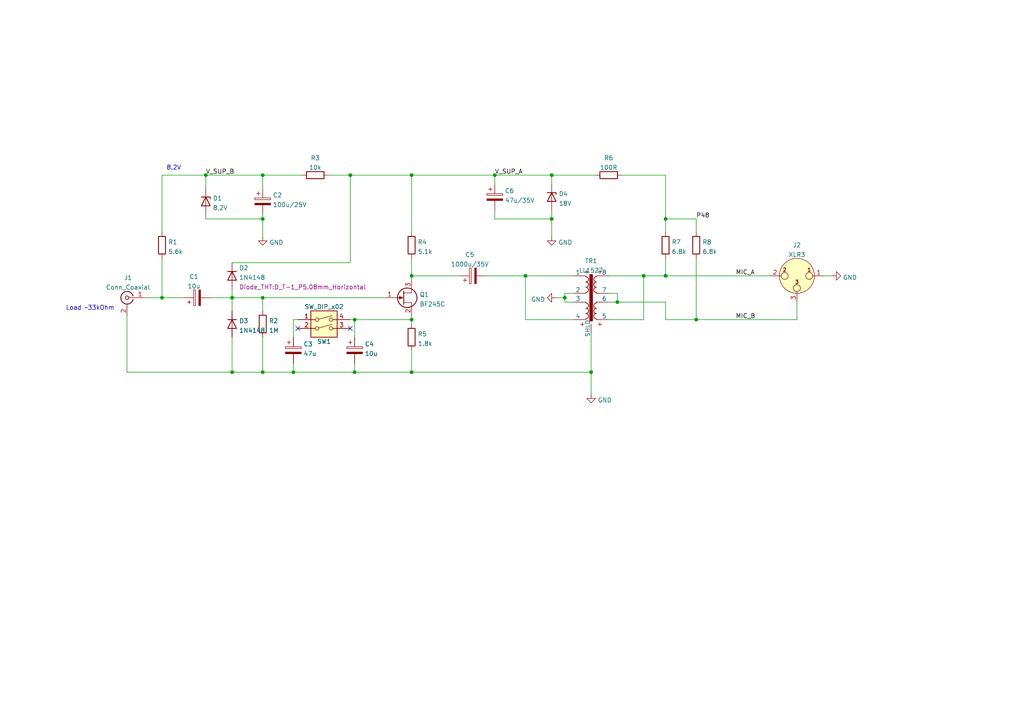
<source format=kicad_sch>
(kicad_sch (version 20211123) (generator eeschema)
  (paper "A4")
  (lib_symbols
    (symbol "Connector:Conn_Coaxial" (pin_names (offset 1.016) hide)
      (property "Reference" "J" (at 0.254 3.048 0))
      (property "Value" "Conn_Coaxial" (at 2.921 0 90))
      (symbol "Conn_Coaxial_0_1"
        (arc (start -1.778 -0.508) (mid 0.222 -1.808) (end 1.778 0) (stroke (width 0.254)))
        (polyline (pts (xy -2.54 0) (xy -0.508 0)))
        (polyline (pts (xy 0 -2.54) (xy 0 -1.778)))
        (circle (center 0 0) (radius 0.508) (stroke (width 0.2032)))
        (arc (start 1.778 0) (mid 0.222 1.8083) (end -1.778 0.508) (stroke (width 0.254)))
      )
      (symbol "Conn_Coaxial_1_1"
        (pin passive line (at -5.08 0 0) (length 2.54) (name "In") (number "1"))
        (pin passive line (at 0 -5.08 90) (length 2.54) (name "Ext") (number "2"))
      )
    )
    (symbol "Connector:XLR3" (pin_names hide)
      (property "Reference" "J" (at 0 8.89 0))
      (property "Value" "XLR3" (at 0 6.35 0))
      (symbol "XLR3_0_1"
        (circle (center -3.556 0) (radius 1.016))
        (circle (center 0 -3.556) (radius 1.016))
        (polyline (pts (xy -5.08 0) (xy -4.572 0)))
        (polyline (pts (xy 0 -5.08) (xy 0 -4.572)))
        (polyline (pts (xy 5.08 0) (xy 4.572 0)))
        (circle (center 0 0) (radius 5.08) (fill (type background)))
        (circle (center 3.556 0) (radius 1.016))
        (text "1" (at -3.556 1.778 0) (effects (font (size 1.016 1.016) bold)))
        (text "2" (at 3.556 1.778 0) (effects (font (size 1.016 1.016) bold)))
        (text "3" (at 0 -1.778 0) (effects (font (size 1.016 1.016) bold)))
        (pin passive line (at -7.62 0 0) (length 2.54) (name "~") (number "1"))
        (pin passive line (at 7.62 0 180) (length 2.54) (name "~") (number "2"))
        (pin passive line (at 0 -7.62 90) (length 2.54) (name "~") (number "3"))
      )
    )
    (symbol "Device:C_Polarized" (pin_numbers hide) (pin_names (offset 0.254))
      (property "Reference" "C" (at 0.635 2.54 0))
      (property "Value" "C_Polarized" (at 0.635 -2.54 0))
      (symbol "C_Polarized_0_1"
        (rectangle (start -2.286 0.508) (end 2.286 1.016))
        (polyline (pts (xy -1.778 2.286) (xy -0.762 2.286)))
        (polyline (pts (xy -1.27 2.794) (xy -1.27 1.778)))
        (rectangle (start 2.286 -0.508) (end -2.286 -1.016) (fill (type outline)))
      )
      (symbol "C_Polarized_1_1"
        (pin passive line (at 0 3.81 270) (length 2.794) (name "~") (number "1"))
        (pin passive line (at 0 -3.81 90) (length 2.794) (name "~") (number "2"))
      )
    )
    (symbol "Device:D" (pin_numbers hide) (pin_names (offset 1.016) hide)
      (property "Reference" "D" (at 0 2.54 0))
      (property "Value" "D" (at 0 -2.54 0))
      (symbol "D_0_1"
        (polyline (pts (xy -1.27 1.27) (xy -1.27 -1.27)) (stroke (width 0.254)))
        (polyline (pts (xy 1.27 0) (xy -1.27 0)))
        (polyline (pts (xy 1.27 1.27) (xy 1.27 -1.27) (xy -1.27 0) (xy 1.27 1.27)) (stroke (width 0.254)))
      )
      (symbol "D_1_1"
        (pin passive line (at -3.81 0 0) (length 2.54) (name "K") (number "1"))
        (pin passive line (at 3.81 0 180) (length 2.54) (name "A") (number "2"))
      )
    )
    (symbol "Device:D_Zener" (pin_numbers hide) (pin_names (offset 1.016) hide)
      (property "Reference" "D" (at 0 2.54 0))
      (property "Value" "D_Zener" (at 0 -2.54 0))
      (symbol "D_Zener_0_1"
        (polyline (pts (xy 1.27 0) (xy -1.27 0)))
        (polyline (pts (xy -1.27 -1.27) (xy -1.27 1.27) (xy -0.762 1.27)) (stroke (width 0.254)))
        (polyline (pts (xy 1.27 -1.27) (xy 1.27 1.27) (xy -1.27 0) (xy 1.27 -1.27)) (stroke (width 0.254)))
      )
      (symbol "D_Zener_1_1"
        (pin passive line (at -3.81 0 0) (length 2.54) (name "K") (number "1"))
        (pin passive line (at 3.81 0 180) (length 2.54) (name "A") (number "2"))
      )
    )
    (symbol "Device:R" (pin_numbers hide) (pin_names (offset 0))
      (property "Reference" "R" (at 2.032 0 90))
      (property "Value" "R" (at 0 0 90))
      (symbol "R_0_1"
        (rectangle (start -1.016 -2.54) (end 1.016 2.54) (stroke (width 0.254)))
      )
      (symbol "R_1_1"
        (pin passive line (at 0 3.81 270) (length 1.27) (name "~") (number "1"))
        (pin passive line (at 0 -3.81 90) (length 1.27) (name "~") (number "2"))
      )
    )
    (symbol "Lundahl_XFORMER:LL1527" (pin_numbers hide) (pin_names (offset 0))
      (property "Reference" "TR" (at 0 10.16 0))
      (property "Value" "LL1527" (at 0 12.7 0))
      (symbol "LL1527_0_0"
        (text "+" (at -2.54 -6.35 0) (effects (font (size 1.27 1.27))))
        (text "+" (at -1.27 8.89 0) (effects (font (size 1.27 1.27))))
        (text "+" (at 2.54 -6.35 0) (effects (font (size 1.27 1.27))))
        (text "+" (at 2.54 8.89 0) (effects (font (size 1.27 1.27))))
      )
      (symbol "LL1527_0_1"
        (arc (start -1.524 -4.826) (mid -0.762 -4.064) (end -1.524 -3.302) (stroke (width 0.2032)))
        (arc (start -1.524 -3.302) (mid -0.762 -2.54) (end -1.524 -1.778) (stroke (width 0.2032)))
        (arc (start -1.524 -1.778) (mid -0.762 -1.016) (end -1.524 -0.254) (stroke (width 0.2032)))
        (arc (start -1.524 2.794) (mid -0.762 3.556) (end -1.524 4.318) (stroke (width 0.2032)))
        (arc (start -1.524 4.318) (mid -0.762 5.08) (end -1.524 5.842) (stroke (width 0.2032)))
        (arc (start -1.524 5.842) (mid -0.762 6.604) (end -1.524 7.366) (stroke (width 0.2032)))
        (rectangle (start -0.254 7.874) (end 0.254 -5.334) (stroke (width 0.508)) (fill (type outline)))
        (polyline (pts (xy 1.524 -4.826) (xy 1.524 -5.08) (xy 1.524 -5.08)) (fill (type outline)))
        (polyline (pts (xy 1.524 0) (xy 1.524 -0.254) (xy 1.524 -0.254)) (fill (type outline)))
        (polyline (pts (xy 1.524 0) (xy 2.54 0) (xy 2.54 0)))
        (polyline (pts (xy 1.524 2.54) (xy 1.524 2.794) (xy 1.524 2.794)) (fill (type outline)))
        (polyline (pts (xy 1.524 2.54) (xy 2.54 2.54) (xy 2.54 2.54)))
        (polyline (pts (xy 1.524 7.62) (xy 1.524 7.366) (xy 1.524 7.366)) (fill (type outline)))
        (polyline (pts (xy 1.524 7.62) (xy 2.54 7.62) (xy 2.54 7.62)))
        (polyline (pts (xy 2.54 -5.08) (xy 1.524 -5.08) (xy 1.524 -5.08)))
        (polyline (pts (xy -1.524 -4.826) (xy -1.524 -5.08) (xy -2.54 -5.08) (xy -2.54 -5.08)))
        (polyline (pts (xy -1.524 -0.254) (xy -1.524 0) (xy -2.54 0) (xy -2.54 0)))
        (polyline (pts (xy -1.524 2.794) (xy -1.524 2.54) (xy -2.54 2.54) (xy -2.54 2.54)))
        (polyline (pts (xy -1.524 7.366) (xy -1.524 7.62) (xy -2.54 7.62) (xy -2.54 7.62)))
        (arc (start 1.524 -3.302) (mid 0.762 -4.064) (end 1.524 -4.826) (stroke (width 0.2032)))
        (arc (start 1.524 -1.778) (mid 0.762 -2.54) (end 1.524 -3.302) (stroke (width 0.2032)))
        (arc (start 1.524 -0.254) (mid 0.762 -1.016) (end 1.524 -1.778) (stroke (width 0.2032)))
        (arc (start 1.524 4.318) (mid 0.762 3.556) (end 1.524 2.794) (stroke (width 0.2032)))
        (arc (start 1.524 5.842) (mid 0.762 5.08) (end 1.524 4.318) (stroke (width 0.2032)))
        (arc (start 1.524 7.366) (mid 0.762 6.604) (end 1.524 5.842) (stroke (width 0.2032)))
      )
      (symbol "LL1527_1_1"
        (pin passive line (at -5.08 7.62 0) (length 2.54) (name "1") (number "1"))
        (pin passive line (at -5.08 2.54 0) (length 2.54) (name "2") (number "2"))
        (pin passive line (at -5.08 0 0) (length 2.54) (name "3") (number "3"))
        (pin passive line (at -5.08 -5.08 0) (length 2.54) (name "4") (number "4"))
        (pin passive line (at 5.08 -5.08 180) (length 2.54) (name "5") (number "5"))
        (pin passive line (at 5.08 0 180) (length 2.54) (name "6") (number "6"))
        (pin passive line (at 5.08 2.54 180) (length 2.54) (name "7") (number "7"))
        (pin passive line (at 5.08 7.62 180) (length 2.54) (name "8") (number "8"))
        (pin input line (at 0 -8.89 90) (length 2.54) (name "SHLD") (number "9"))
      )
    )
    (symbol "Switch:SW_DIP_x02" (pin_names (offset 0) hide)
      (property "Reference" "SW" (at 0 6.35 0))
      (property "Value" "SW_DIP_x02" (at 0 -3.81 0))
      (symbol "SW_DIP_x02_0_0"
        (circle (center -2.032 0) (radius 0.508))
        (circle (center -2.032 2.54) (radius 0.508))
        (polyline (pts (xy -1.524 0.127) (xy 2.3622 1.1684)))
        (polyline (pts (xy -1.524 2.667) (xy 2.3622 3.7084)))
        (circle (center 2.032 0) (radius 0.508))
        (circle (center 2.032 2.54) (radius 0.508))
      )
      (symbol "SW_DIP_x02_0_1"
        (rectangle (start -3.81 5.08) (end 3.81 -2.54) (stroke (width 0.254)) (fill (type background)))
      )
      (symbol "SW_DIP_x02_1_1"
        (pin passive line (at -7.62 2.54 0) (length 5.08) (name "~") (number "1"))
        (pin passive line (at -7.62 0 0) (length 5.08) (name "~") (number "2"))
        (pin passive line (at 7.62 0 180) (length 5.08) (name "~") (number "3"))
        (pin passive line (at 7.62 2.54 180) (length 5.08) (name "~") (number "4"))
      )
    )
    (symbol "Transistor_FET:BF245C" (pin_names hide)
      (property "Reference" "Q" (at 5.08 1.905 0))
      (property "Value" "BF245C" (at 5.08 0 0))
      (symbol "BF245C_0_1"
        (polyline (pts (xy 0.254 0) (xy -2.54 0)))
        (polyline (pts (xy 0.254 1.905) (xy 0.254 -1.905)) (stroke (width 0.254)))
        (polyline (pts (xy 2.54 -2.54) (xy 2.54 -1.397) (xy 0.254 -1.397)))
        (polyline (pts (xy 2.54 2.54) (xy 2.54 1.397) (xy 0.254 1.397)))
        (polyline (pts (xy 0 0) (xy -1.016 0.381) (xy -1.016 -0.381) (xy 0 0)) (fill (type outline)))
        (circle (center 1.27 0) (radius 2.8194) (stroke (width 0.254)))
      )
      (symbol "BF245C_1_1"
        (pin input line (at -5.08 0 0) (length 2.54) (name "G") (number "1"))
        (pin passive line (at 2.54 -5.08 90) (length 2.54) (name "S") (number "2"))
        (pin passive line (at 2.54 5.08 270) (length 2.54) (name "D") (number "3"))
      )
    )
    (symbol "power:GND" (power) (pin_names (offset 0))
      (property "Value" "GND" (at 0 -3.81 0))
      (symbol "GND_0_1"
        (polyline (pts (xy 0 0) (xy 0 -1.27) (xy 1.27 -1.27) (xy 0 -2.54) (xy -1.27 -1.27) (xy 0 -1.27)))
      )
      (symbol "GND_1_1"
        (pin power_in line (at 0 0 270) (length 0) hide (name "GND") (number "1"))
      )
    )
  )
  (junction (at 163.83 86.36))
  (junction (at 76.2 50.8))
  (junction (at 160.02 50.8))
  (junction (at 67.31 86.36))
  (junction (at 171.45 107.95))
  (junction (at 102.87 107.95))
  (junction (at 85.09 107.95))
  (junction (at 46.99 86.36))
  (junction (at 59.69 50.8))
  (junction (at 179.07 87.63))
  (junction (at 119.38 50.8))
  (junction (at 119.38 107.95))
  (junction (at 143.51 50.8))
  (junction (at 160.02 63.5))
  (junction (at 67.31 107.95))
  (junction (at 102.87 92.71))
  (junction (at 76.2 86.36))
  (junction (at 152.4 80.01))
  (junction (at 101.6 50.8))
  (junction (at 119.38 92.71))
  (junction (at 119.38 80.01))
  (junction (at 193.04 80.01))
  (junction (at 201.93 92.71))
  (junction (at 76.2 63.5))
  (junction (at 186.69 80.01))
  (junction (at 193.04 63.5))
  (junction (at 76.2 107.95))
  (no_connect (at 101.6 95.25))
  (no_connect (at 86.36 95.25))
  (wire (pts (xy 41.91 86.36) (xy 46.99 86.36)))
  (wire (pts (xy 59.69 63.5) (xy 76.2 63.5)))
  (wire (pts (xy 160.02 63.5) (xy 160.02 68.58)))
  (wire (pts (xy 76.2 63.5) (xy 76.2 68.58)))
  (wire (pts (xy 67.31 86.36) (xy 67.31 90.17)))
  (wire (pts (xy 101.6 50.8) (xy 119.38 50.8)))
  (wire (pts (xy 143.51 63.5) (xy 160.02 63.5)))
  (wire (pts (xy 201.93 74.93) (xy 201.93 92.71)))
  (wire (pts (xy 201.93 63.5) (xy 201.93 67.31)))
  (wire (pts (xy 119.38 74.93) (xy 119.38 80.01)))
  (wire (pts (xy 119.38 81.28) (xy 119.38 80.01)))
  (wire (pts (xy 180.34 50.8) (xy 193.04 50.8)))
  (wire (pts (xy 46.99 86.36) (xy 53.34 86.36)))
  (wire (pts (xy 102.87 97.79) (xy 102.87 92.71)))
  (wire (pts (xy 179.07 85.09) (xy 176.53 85.09)))
  (wire (pts (xy 85.09 107.95) (xy 102.87 107.95)))
  (wire (pts (xy 67.31 97.79) (xy 67.31 107.95)))
  (wire (pts (xy 46.99 67.31) (xy 46.99 50.8)))
  (wire (pts (xy 201.93 92.71) (xy 193.04 92.71)))
  (wire (pts (xy 152.4 92.71) (xy 152.4 80.01)))
  (wire (pts (xy 201.93 92.71) (xy 231.14 92.71)))
  (wire (pts (xy 36.83 107.95) (xy 36.83 91.44)))
  (wire (pts (xy 87.63 50.8) (xy 76.2 50.8)))
  (wire (pts (xy 119.38 67.31) (xy 119.38 50.8)))
  (wire (pts (xy 101.6 76.2) (xy 101.6 50.8)))
  (wire (pts (xy 102.87 105.41) (xy 102.87 107.95)))
  (wire (pts (xy 119.38 50.8) (xy 143.51 50.8)))
  (wire (pts (xy 85.09 107.95) (xy 76.2 107.95)))
  (wire (pts (xy 67.31 86.36) (xy 76.2 86.36)))
  (wire (pts (xy 179.07 87.63) (xy 179.07 85.09)))
  (wire (pts (xy 119.38 80.01) (xy 133.35 80.01)))
  (wire (pts (xy 160.02 53.34) (xy 160.02 50.8)))
  (wire (pts (xy 102.87 107.95) (xy 119.38 107.95)))
  (wire (pts (xy 186.69 92.71) (xy 186.69 80.01)))
  (wire (pts (xy 76.2 107.95) (xy 67.31 107.95)))
  (wire (pts (xy 193.04 74.93) (xy 193.04 80.01)))
  (wire (pts (xy 163.83 87.63) (xy 166.37 87.63)))
  (wire (pts (xy 193.04 87.63) (xy 179.07 87.63)))
  (wire (pts (xy 76.2 50.8) (xy 76.2 54.61)))
  (wire (pts (xy 95.25 50.8) (xy 101.6 50.8)))
  (wire (pts (xy 186.69 80.01) (xy 193.04 80.01)))
  (wire (pts (xy 163.83 85.09) (xy 163.83 86.36)))
  (wire (pts (xy 76.2 97.79) (xy 76.2 107.95)))
  (wire (pts (xy 67.31 107.95) (xy 36.83 107.95)))
  (wire (pts (xy 140.97 80.01) (xy 152.4 80.01)))
  (wire (pts (xy 85.09 92.71) (xy 86.36 92.71)))
  (wire (pts (xy 76.2 86.36) (xy 76.2 90.17)))
  (wire (pts (xy 143.51 53.34) (xy 143.51 50.8)))
  (wire (pts (xy 119.38 101.6) (xy 119.38 107.95)))
  (wire (pts (xy 85.09 105.41) (xy 85.09 107.95)))
  (wire (pts (xy 163.83 86.36) (xy 163.83 87.63)))
  (wire (pts (xy 59.69 50.8) (xy 76.2 50.8)))
  (wire (pts (xy 152.4 92.71) (xy 166.37 92.71)))
  (wire (pts (xy 76.2 86.36) (xy 111.76 86.36)))
  (wire (pts (xy 119.38 91.44) (xy 119.38 92.71)))
  (wire (pts (xy 67.31 76.2) (xy 101.6 76.2)))
  (wire (pts (xy 67.31 86.36) (xy 67.31 83.82)))
  (wire (pts (xy 171.45 107.95) (xy 171.45 114.3)))
  (wire (pts (xy 76.2 62.23) (xy 76.2 63.5)))
  (wire (pts (xy 102.87 92.71) (xy 119.38 92.71)))
  (wire (pts (xy 160.02 50.8) (xy 172.72 50.8)))
  (wire (pts (xy 193.04 67.31) (xy 193.04 63.5)))
  (wire (pts (xy 238.76 80.01) (xy 241.3 80.01)))
  (wire (pts (xy 171.45 96.52) (xy 171.45 107.95)))
  (wire (pts (xy 160.02 60.96) (xy 160.02 63.5)))
  (wire (pts (xy 119.38 92.71) (xy 119.38 93.98)))
  (wire (pts (xy 161.29 86.36) (xy 163.83 86.36)))
  (wire (pts (xy 46.99 74.93) (xy 46.99 86.36)))
  (wire (pts (xy 59.69 62.23) (xy 59.69 63.5)))
  (wire (pts (xy 231.14 92.71) (xy 231.14 87.63)))
  (wire (pts (xy 176.53 92.71) (xy 186.69 92.71)))
  (wire (pts (xy 193.04 50.8) (xy 193.04 63.5)))
  (wire (pts (xy 143.51 60.96) (xy 143.51 63.5)))
  (wire (pts (xy 119.38 107.95) (xy 171.45 107.95)))
  (wire (pts (xy 143.51 50.8) (xy 160.02 50.8)))
  (wire (pts (xy 85.09 97.79) (xy 85.09 92.71)))
  (wire (pts (xy 60.96 86.36) (xy 67.31 86.36)))
  (wire (pts (xy 152.4 80.01) (xy 166.37 80.01)))
  (wire (pts (xy 176.53 87.63) (xy 179.07 87.63)))
  (wire (pts (xy 193.04 80.01) (xy 223.52 80.01)))
  (wire (pts (xy 46.99 50.8) (xy 59.69 50.8)))
  (wire (pts (xy 193.04 92.71) (xy 193.04 87.63)))
  (wire (pts (xy 176.53 80.01) (xy 186.69 80.01)))
  (wire (pts (xy 59.69 54.61) (xy 59.69 50.8)))
  (wire (pts (xy 101.6 92.71) (xy 102.87 92.71)))
  (wire (pts (xy 193.04 63.5) (xy 201.93 63.5)))
  (wire (pts (xy 166.37 85.09) (xy 163.83 85.09)))
  (text "Load ~33kOhm" (at 19.05 90.17 0) (effects (font (size 1.27 1.27)) (justify left bottom)))
  (text "8.2V" (at 48.26 49.53 0) (effects (font (size 1.27 1.27)) (justify left bottom)))
  (label "P48" (at 201.93 63.5 0))
  (label "MIC_B" (at 213.36 92.71 0))
  (label "V_SUP_B" (at 59.69 50.8 0))
  (label "MIC_A" (at 213.36 80.01 0))
  (label "V_SUP_A" (at 143.51 50.8 0))
  (symbol (lib_id "Device:C_Polarized") (at 85.09 101.6 0) (unit 1)
    (property "Reference" "C3" (at 88.011 99.8025 0) (effects (justify left)))
    (property "Value" "47u" (at 88.011 102.5776 0) (effects (justify left)))
    (property "Footprint" "Capacitor_THT:CP_Radial_D5.0mm_P2.50mm" (effects hide))
  )
  (symbol (lib_id "power:GND") (at 171.45 114.3 0) (unit 1)
    (property "Reference" "#PWR04" (effects hide))
    (property "Value" "GND" (at 173.355 116.049 0) (effects (justify left)))
  )
  (symbol (lib_id "Switch:SW_DIP_x02") (at 93.98 95.25 0) (unit 1)
    (property "Reference" "SW1" (at 93.98 99.06 0))
    (property "Value" "SW_DIP_x02" (at 93.98 88.9786 0))
    (property "Footprint" "Package_DIP:DIP-4_W7.62mm" (effects hide))
  )
  (symbol (lib_id "Device:D_Zener") (at 59.69 58.42 270) (unit 1)
    (property "Reference" "D1" (at 61.722 57.5115 90) (effects (justify left)))
    (property "Value" "8,2V" (at 61.722 60.2866 90) (effects (justify left)))
    (property "Footprint" "Diode_THT:D_A-405_P7.62mm_Horizontal" (effects hide))
  )
  (symbol (lib_id "power:GND") (at 76.2 68.58 0) (unit 1)
    (property "Reference" "#PWR01" (effects hide))
    (property "Value" "GND" (at 78.105 70.329 0) (effects (justify left)))
  )
  (symbol (lib_id "Device:R") (at 193.04 71.12 0) (unit 1)
    (property "Reference" "R7" (at 194.818 70.2115 0) (effects (justify left)))
    (property "Value" "6.8k" (at 194.818 72.9866 0) (effects (justify left)))
    (property "Footprint" "Resistor_THT:R_Axial_DIN0204_L3.6mm_D1.6mm_P7.62mm_Horizontal" (effects hide))
  )
  (symbol (lib_id "Lundahl_XFORMER:LL1527") (at 171.45 87.63 0) (unit 1)
    (property "Reference" "TR1" (at 171.45 75.6625 0))
    (property "Value" "LL1527" (at 171.45 78.4376 0))
    (property "Footprint" "Lundahl_XFormer:Transformer_Microphone_Lundahl_LL1527" (effects hide))
  )
  (symbol (lib_id "Device:C_Polarized") (at 57.15 86.36 90) (unit 1)
    (property "Reference" "C1" (at 56.261 80.2345 90))
    (property "Value" "10u" (at 56.261 83.0096 90))
    (property "Footprint" "Capacitor_THT:CP_Radial_D5.0mm_P2.50mm" (effects hide))
  )
  (symbol (lib_id "Transistor_FET:BF245C") (at 116.84 86.36 0) (unit 1)
    (property "Reference" "Q1" (at 121.6914 85.4515 0) (effects (justify left)))
    (property "Value" "BF245C" (at 121.6914 88.2266 0) (effects (justify left)))
    (property "Footprint" "Package_TO_SOT_THT:TO-92_Inline" (effects hide))
    (property "Datasheet" "https://www.onsemi.com/pub/Collateral/BF245A-D.PDF" (effects hide))
  )
  (symbol (lib_id "power:GND") (at 161.29 86.36 270) (unit 1)
    (property "Reference" "#PWR03" (effects hide))
    (property "Value" "GND" (at 158.1151 86.839 90) (effects (justify right)))
  )
  (symbol (lib_id "Device:R") (at 176.53 50.8 90) (unit 1)
    (property "Reference" "R6" (at 176.53 45.8175 90))
    (property "Value" "100R" (at 176.53 48.5926 90))
    (property "Footprint" "Resistor_THT:R_Axial_DIN0204_L3.6mm_D1.6mm_P7.62mm_Horizontal" (effects hide))
  )
  (symbol (lib_id "Device:R") (at 119.38 97.79 180) (unit 1)
    (property "Reference" "R5" (at 121.158 96.8815 0) (effects (justify right)))
    (property "Value" "1.8k" (at 121.158 99.6566 0) (effects (justify right)))
    (property "Footprint" "Resistor_THT:R_Axial_DIN0204_L3.6mm_D1.6mm_P7.62mm_Horizontal" (effects hide))
  )
  (symbol (lib_id "Device:R") (at 201.93 71.12 0) (unit 1)
    (property "Reference" "R8" (at 203.708 70.2115 0) (effects (justify left)))
    (property "Value" "6.8k" (at 203.708 72.9866 0) (effects (justify left)))
    (property "Footprint" "Resistor_THT:R_Axial_DIN0204_L3.6mm_D1.6mm_P7.62mm_Horizontal" (effects hide))
  )
  (symbol (lib_id "power:GND") (at 160.02 68.58 0) (unit 1)
    (property "Reference" "#PWR02" (effects hide))
    (property "Value" "GND" (at 161.925 70.329 0) (effects (justify left)))
  )
  (symbol (lib_id "Device:D") (at 67.31 93.98 270) (unit 1)
    (property "Reference" "D3" (at 69.342 93.0715 90) (effects (justify left)))
    (property "Value" "1N4148" (at 69.342 95.8466 90) (effects (justify left)))
    (property "Footprint" "Diode_THT:D_T-1_P5.08mm_Horizontal" (effects hide))
  )
  (symbol (lib_id "Device:C_Polarized") (at 137.16 80.01 90) (unit 1)
    (property "Reference" "C5" (at 136.271 73.8845 90))
    (property "Value" "1000u/35V" (at 136.271 76.6596 90))
    (property "Footprint" "Capacitor_THT:CP_Radial_D13.0mm_P5.00mm" (effects hide))
  )
  (symbol (lib_id "Device:R") (at 46.99 71.12 180) (unit 1)
    (property "Reference" "R1" (at 48.768 70.2115 0) (effects (justify right)))
    (property "Value" "5.6k" (at 48.768 72.9866 0) (effects (justify right)))
    (property "Footprint" "Resistor_THT:R_Axial_DIN0204_L3.6mm_D1.6mm_P7.62mm_Horizontal" (effects hide))
  )
  (symbol (lib_id "Connector:XLR3") (at 231.14 80.01 0) (mirror y) (unit 1)
    (property "Reference" "J2" (at 231.14 71.0905 0))
    (property "Value" "XLR3" (at 231.14 73.8656 0))
    (property "Footprint" "Connector_Audio:Jack_XLR_Neutrik_NC3FAAH-0_Horizontal" (effects hide))
    (property "Datasheet" " ~" (effects hide))
  )
  (symbol (lib_id "Device:C_Polarized") (at 76.2 58.42 0) (unit 1)
    (property "Reference" "C2" (at 79.121 56.6225 0) (effects (justify left)))
    (property "Value" "100u/25V" (at 79.121 59.3976 0) (effects (justify left)))
    (property "Footprint" "Capacitor_THT:CP_Radial_D5.0mm_P2.50mm" (effects hide))
  )
  (symbol (lib_id "Device:D_Zener") (at 160.02 57.15 270) (unit 1)
    (property "Reference" "D4" (at 162.052 56.2415 90) (effects (justify left)))
    (property "Value" "18V" (at 162.052 59.0166 90) (effects (justify left)))
    (property "Footprint" "Diode_THT:D_A-405_P7.62mm_Horizontal" (effects hide))
  )
  (symbol (lib_id "Device:C_Polarized") (at 143.51 57.15 0) (unit 1)
    (property "Reference" "C6" (at 146.431 55.3525 0) (effects (justify left)))
    (property "Value" "47u/35V" (at 146.431 58.1276 0) (effects (justify left)))
    (property "Footprint" "Capacitor_THT:CP_Radial_D5.0mm_P2.50mm" (effects hide))
  )
  (symbol (lib_id "Device:R") (at 119.38 71.12 180) (unit 1)
    (property "Reference" "R4" (at 121.158 70.2115 0) (effects (justify right)))
    (property "Value" "5.1k" (at 121.158 72.9866 0) (effects (justify right)))
    (property "Footprint" "Resistor_THT:R_Axial_DIN0204_L3.6mm_D1.6mm_P7.62mm_Horizontal" (effects hide))
  )
  (symbol (lib_id "Device:R") (at 76.2 93.98 180) (unit 1)
    (property "Reference" "R2" (at 77.978 93.0715 0) (effects (justify right)))
    (property "Value" "1M" (at 77.978 95.8466 0) (effects (justify right)))
    (property "Footprint" "Resistor_THT:R_Axial_DIN0204_L3.6mm_D1.6mm_P7.62mm_Horizontal" (effects hide))
  )
  (symbol (lib_id "power:GND") (at 241.3 80.01 90) (unit 1)
    (property "Reference" "#PWR05" (effects hide))
    (property "Value" "GND" (at 244.475 80.489 90) (effects (justify right)))
  )
  (symbol (lib_id "Device:C_Polarized") (at 102.87 101.6 0) (unit 1)
    (property "Reference" "C4" (at 105.791 99.8025 0) (effects (justify left)))
    (property "Value" "10u" (at 105.791 102.5776 0) (effects (justify left)))
    (property "Footprint" "Capacitor_THT:CP_Radial_D5.0mm_P2.50mm" (effects hide))
  )
  (symbol (lib_id "Device:R") (at 91.44 50.8 270) (unit 1)
    (property "Reference" "R3" (at 91.44 45.8175 90))
    (property "Value" "10k" (at 91.44 48.5926 90))
    (property "Footprint" "Resistor_THT:R_Axial_DIN0204_L3.6mm_D1.6mm_P7.62mm_Horizontal" (effects hide))
  )
  (symbol (lib_id "Device:D") (at 67.31 80.01 270) (unit 1)
    (property "Reference" "D2" (at 69.342 77.7139 90) (effects (justify left)))
    (property "Value" "1N4148" (at 69.342 80.489 90) (effects (justify left)))
    (property "Footprint" "Diode_THT:D_T-1_P5.08mm_Horizontal" (at 69.342 83.2641 90) (effects (justify left)))
  )
  (symbol (lib_id "Connector:Conn_Coaxial") (at 36.83 86.36 0) (mirror y) (unit 1)
    (property "Reference" "J1" (at 37.1474 80.5669 0))
    (property "Value" "Conn_Coaxial" (at 37.1474 83.342 0))
    (property "Footprint" "Connector_Coaxial:SMA_Amphenol_132134_Vertical" (effects hide))
    (property "Datasheet" " ~" (effects hide))
  )
)
</source>
